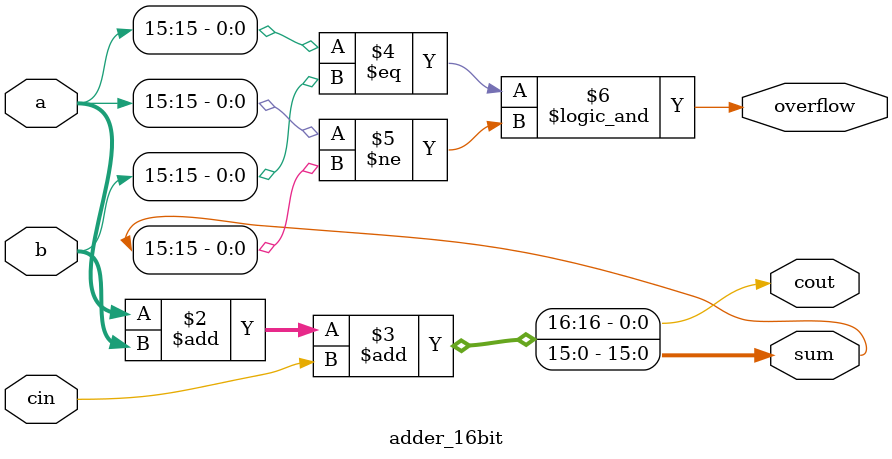
<source format=v>
module adder_16bit (
    input  [15:0] a,
    input  [15:0] b,
    input         cin,
    output reg [15:0] sum,
    output reg        cout,
    output reg        overflow
);

// Perform addition with carry propagation
always @(*) begin
    {cout, sum} = a + b + cin;
    
    // Overflow detection for signed arithmetic:
    // If both operands have the same sign and result has opposite sign → overflow
    overflow = ((a[15] == b[15]) && (a[15] != sum[15]));
end

endmodule
</source>
